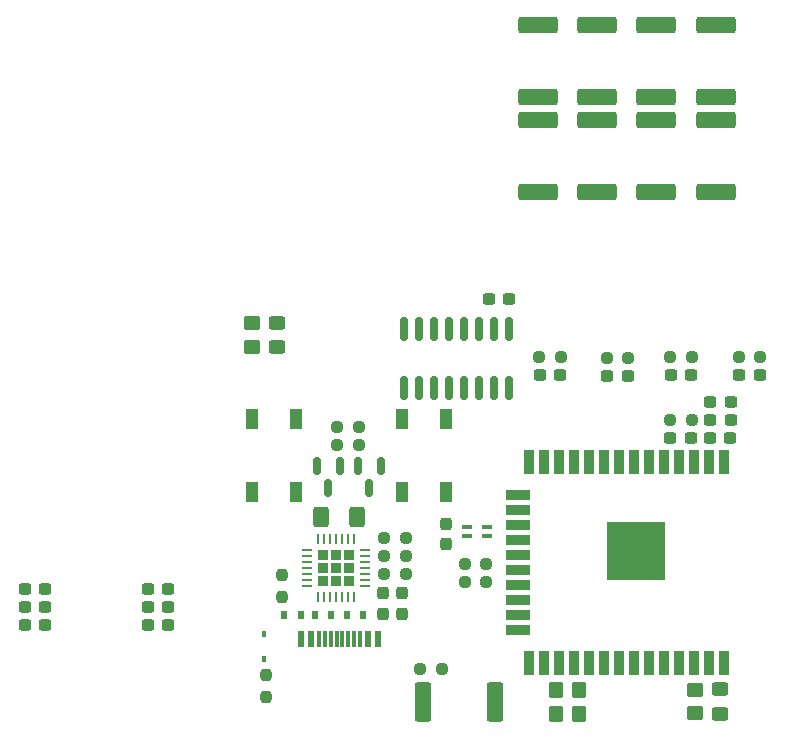
<source format=gtp>
G04 #@! TF.GenerationSoftware,KiCad,Pcbnew,(6.0.5)*
G04 #@! TF.CreationDate,2022-08-23T18:03:53+02:00*
G04 #@! TF.ProjectId,hamodule,68616d6f-6475-46c6-952e-6b696361645f,rev?*
G04 #@! TF.SameCoordinates,Original*
G04 #@! TF.FileFunction,Paste,Top*
G04 #@! TF.FilePolarity,Positive*
%FSLAX46Y46*%
G04 Gerber Fmt 4.6, Leading zero omitted, Abs format (unit mm)*
G04 Created by KiCad (PCBNEW (6.0.5)) date 2022-08-23 18:03:53*
%MOMM*%
%LPD*%
G01*
G04 APERTURE LIST*
G04 Aperture macros list*
%AMRoundRect*
0 Rectangle with rounded corners*
0 $1 Rounding radius*
0 $2 $3 $4 $5 $6 $7 $8 $9 X,Y pos of 4 corners*
0 Add a 4 corners polygon primitive as box body*
4,1,4,$2,$3,$4,$5,$6,$7,$8,$9,$2,$3,0*
0 Add four circle primitives for the rounded corners*
1,1,$1+$1,$2,$3*
1,1,$1+$1,$4,$5*
1,1,$1+$1,$6,$7*
1,1,$1+$1,$8,$9*
0 Add four rect primitives between the rounded corners*
20,1,$1+$1,$2,$3,$4,$5,0*
20,1,$1+$1,$4,$5,$6,$7,0*
20,1,$1+$1,$6,$7,$8,$9,0*
20,1,$1+$1,$8,$9,$2,$3,0*%
G04 Aperture macros list end*
%ADD10RoundRect,0.249999X-1.425001X0.450001X-1.425001X-0.450001X1.425001X-0.450001X1.425001X0.450001X0*%
%ADD11RoundRect,0.250000X-0.450000X0.325000X-0.450000X-0.325000X0.450000X-0.325000X0.450000X0.325000X0*%
%ADD12RoundRect,0.250000X-0.450000X0.350000X-0.450000X-0.350000X0.450000X-0.350000X0.450000X0.350000X0*%
%ADD13RoundRect,0.237500X0.300000X0.237500X-0.300000X0.237500X-0.300000X-0.237500X0.300000X-0.237500X0*%
%ADD14RoundRect,0.237500X-0.300000X-0.237500X0.300000X-0.237500X0.300000X0.237500X-0.300000X0.237500X0*%
%ADD15RoundRect,0.150000X0.150000X-0.825000X0.150000X0.825000X-0.150000X0.825000X-0.150000X-0.825000X0*%
%ADD16RoundRect,0.237500X-0.250000X-0.237500X0.250000X-0.237500X0.250000X0.237500X-0.250000X0.237500X0*%
%ADD17RoundRect,0.150000X-0.150000X0.587500X-0.150000X-0.587500X0.150000X-0.587500X0.150000X0.587500X0*%
%ADD18RoundRect,0.237500X0.250000X0.237500X-0.250000X0.237500X-0.250000X-0.237500X0.250000X-0.237500X0*%
%ADD19R,0.600000X0.700000*%
%ADD20R,1.100000X1.800000*%
%ADD21RoundRect,0.237500X-0.237500X0.300000X-0.237500X-0.300000X0.237500X-0.300000X0.237500X0.300000X0*%
%ADD22RoundRect,0.237500X-0.237500X0.250000X-0.237500X-0.250000X0.237500X-0.250000X0.237500X0.250000X0*%
%ADD23R,0.450000X0.600000*%
%ADD24R,0.900000X2.000000*%
%ADD25R,2.000000X0.900000*%
%ADD26R,5.000000X5.000000*%
%ADD27RoundRect,0.250000X0.400000X0.625000X-0.400000X0.625000X-0.400000X-0.625000X0.400000X-0.625000X0*%
%ADD28RoundRect,0.250000X0.350000X0.450000X-0.350000X0.450000X-0.350000X-0.450000X0.350000X-0.450000X0*%
%ADD29RoundRect,0.225000X0.225000X-0.225000X0.225000X0.225000X-0.225000X0.225000X-0.225000X-0.225000X0*%
%ADD30RoundRect,0.062500X0.062500X-0.337500X0.062500X0.337500X-0.062500X0.337500X-0.062500X-0.337500X0*%
%ADD31RoundRect,0.062500X0.337500X-0.062500X0.337500X0.062500X-0.337500X0.062500X-0.337500X-0.062500X0*%
%ADD32R,0.600000X1.450000*%
%ADD33R,0.300000X1.450000*%
%ADD34RoundRect,0.249999X-0.450001X-1.425001X0.450001X-1.425001X0.450001X1.425001X-0.450001X1.425001X0*%
%ADD35R,0.820000X0.304800*%
%ADD36R,0.820000X0.308800*%
%ADD37RoundRect,0.250000X0.450000X-0.350000X0.450000X0.350000X-0.450000X0.350000X-0.450000X-0.350000X0*%
G04 APERTURE END LIST*
D10*
X178117500Y-91986100D03*
X178117500Y-98086100D03*
X183070500Y-91986100D03*
X183070500Y-98086100D03*
X183070500Y-100037900D03*
X183070500Y-106137900D03*
X178117500Y-100037900D03*
X178117500Y-106137900D03*
D11*
X155956000Y-117203000D03*
X155956000Y-119253000D03*
D12*
X153873200Y-117221000D03*
X153873200Y-119221000D03*
D13*
X136371500Y-139700000D03*
X134646500Y-139700000D03*
D14*
X145060500Y-142748000D03*
X146785500Y-142748000D03*
D13*
X175641000Y-115189000D03*
X173916000Y-115189000D03*
D15*
X166751000Y-122679000D03*
X168021000Y-122679000D03*
X169291000Y-122679000D03*
X170561000Y-122679000D03*
X171831000Y-122679000D03*
X173101000Y-122679000D03*
X174371000Y-122679000D03*
X175641000Y-122679000D03*
X175641000Y-117729000D03*
X174371000Y-117729000D03*
X173101000Y-117729000D03*
X171831000Y-117729000D03*
X170561000Y-117729000D03*
X169291000Y-117729000D03*
X168021000Y-117729000D03*
X166751000Y-117729000D03*
D10*
X193128900Y-100037900D03*
X193128900Y-106137900D03*
X188099700Y-91986100D03*
X188099700Y-98086100D03*
X193128900Y-91986100D03*
X193128900Y-98086100D03*
X188099700Y-100037900D03*
X188099700Y-106137900D03*
D16*
X189256000Y-125412500D03*
X191081000Y-125412500D03*
D14*
X192659000Y-123872000D03*
X194384000Y-123872000D03*
D13*
X191018500Y-126936500D03*
X189293500Y-126936500D03*
D17*
X164746500Y-129298500D03*
X162846500Y-129298500D03*
X163796500Y-131173500D03*
D16*
X161071500Y-127513500D03*
X162896500Y-127513500D03*
D18*
X162896500Y-125983500D03*
X161071500Y-125983500D03*
D19*
X157983000Y-141900900D03*
X156583000Y-141900900D03*
D20*
X166552000Y-131497000D03*
X166552000Y-125297000D03*
X170252000Y-125297000D03*
X170252000Y-131497000D03*
X157550000Y-131497000D03*
X157550000Y-125297000D03*
X153850000Y-125297000D03*
X153850000Y-131497000D03*
D21*
X164974900Y-140078300D03*
X164974900Y-141803300D03*
D16*
X165065500Y-135410900D03*
X166890500Y-135410900D03*
D18*
X166890500Y-138458900D03*
X165065500Y-138458900D03*
D16*
X165065500Y-136934900D03*
X166890500Y-136934900D03*
D21*
X166574900Y-140084800D03*
X166574900Y-141809800D03*
D22*
X156406500Y-138553000D03*
X156406500Y-140378000D03*
D23*
X154876500Y-143514100D03*
X154876500Y-145614100D03*
D19*
X160583000Y-141900900D03*
X159183000Y-141900900D03*
X161893000Y-141900900D03*
X163293000Y-141900900D03*
D24*
X193865500Y-128986500D03*
X192595500Y-128986500D03*
X191325500Y-128986500D03*
X190055500Y-128986500D03*
X188785500Y-128986500D03*
X187515500Y-128986500D03*
X186245500Y-128986500D03*
X184975500Y-128986500D03*
X183705500Y-128986500D03*
X182435500Y-128986500D03*
X181165500Y-128986500D03*
X179895500Y-128986500D03*
X178625500Y-128986500D03*
X177355500Y-128986500D03*
D25*
X176355500Y-131771500D03*
X176355500Y-133041500D03*
X176355500Y-134311500D03*
X176355500Y-135581500D03*
X176355500Y-136851500D03*
X176355500Y-138121500D03*
X176355500Y-139391500D03*
X176355500Y-140661500D03*
X176355500Y-141931500D03*
X176355500Y-143201500D03*
D24*
X177355500Y-145986500D03*
X178625500Y-145986500D03*
X179895500Y-145986500D03*
X181165500Y-145986500D03*
X182435500Y-145986500D03*
X183705500Y-145986500D03*
X184975500Y-145986500D03*
X186245500Y-145986500D03*
X187515500Y-145986500D03*
X188785500Y-145986500D03*
X190055500Y-145986500D03*
X191325500Y-145986500D03*
X192595500Y-145986500D03*
X193865500Y-145986500D03*
D26*
X186365500Y-136486500D03*
D17*
X161286500Y-129308500D03*
X159386500Y-129308500D03*
X160336500Y-131183500D03*
D27*
X162779000Y-133575500D03*
X159679000Y-133575500D03*
D28*
X181578000Y-150304500D03*
X179578000Y-150304500D03*
X181578000Y-148272500D03*
X179578000Y-148272500D03*
D29*
X162103000Y-136820900D03*
X160983000Y-137940900D03*
X159863000Y-137940900D03*
X159863000Y-136820900D03*
X162103000Y-139060900D03*
X160983000Y-139060900D03*
X162103000Y-137940900D03*
X159863000Y-139060900D03*
X160983000Y-136820900D03*
D30*
X159483000Y-140390900D03*
X159983000Y-140390900D03*
X160483000Y-140390900D03*
X160983000Y-140390900D03*
X161483000Y-140390900D03*
X161983000Y-140390900D03*
X162483000Y-140390900D03*
D31*
X163433000Y-139440900D03*
X163433000Y-138940900D03*
X163433000Y-138440900D03*
X163433000Y-137940900D03*
X163433000Y-137440900D03*
X163433000Y-136940900D03*
X163433000Y-136440900D03*
D30*
X162483000Y-135490900D03*
X161983000Y-135490900D03*
X161483000Y-135490900D03*
X160983000Y-135490900D03*
X160483000Y-135490900D03*
X159983000Y-135490900D03*
X159483000Y-135490900D03*
D31*
X158533000Y-136440900D03*
X158533000Y-136940900D03*
X158533000Y-137440900D03*
X158533000Y-137940900D03*
X158533000Y-138440900D03*
X158533000Y-138940900D03*
X158533000Y-139440900D03*
D14*
X192648500Y-126936500D03*
X194373500Y-126936500D03*
D21*
X170296500Y-134186100D03*
X170296500Y-135911100D03*
D16*
X168096500Y-146513500D03*
X169921500Y-146513500D03*
X189284600Y-120091200D03*
X191109600Y-120091200D03*
X178157500Y-120091200D03*
X179982500Y-120091200D03*
D11*
X193484500Y-148217500D03*
X193484500Y-150267500D03*
D13*
X136371500Y-141224000D03*
X134646500Y-141224000D03*
D32*
X158023000Y-143955900D03*
X158823000Y-143955900D03*
D33*
X160023000Y-143955900D03*
X161023000Y-143955900D03*
X161523000Y-143955900D03*
X162523000Y-143955900D03*
D32*
X163723000Y-143955900D03*
X164523000Y-143955900D03*
X164523000Y-143955900D03*
X163723000Y-143955900D03*
D33*
X163023000Y-143955900D03*
X162023000Y-143955900D03*
X160523000Y-143955900D03*
X159523000Y-143955900D03*
D32*
X158823000Y-143955900D03*
X158023000Y-143955900D03*
D16*
X195075800Y-120091200D03*
X196900800Y-120091200D03*
D14*
X189331600Y-121615200D03*
X191056600Y-121615200D03*
X183949000Y-121716800D03*
X185674000Y-121716800D03*
X145060500Y-139700000D03*
X146785500Y-139700000D03*
D13*
X196847800Y-121615200D03*
X195122800Y-121615200D03*
D34*
X168326500Y-149243500D03*
X174426500Y-149243500D03*
D35*
X173760000Y-135261900D03*
D36*
X173760000Y-134451100D03*
X172040000Y-134451100D03*
D35*
X172040000Y-135261900D03*
D16*
X171869100Y-137604500D03*
X173694100Y-137604500D03*
D13*
X136371500Y-142748000D03*
X134646500Y-142748000D03*
D14*
X192659000Y-125412500D03*
X194384000Y-125412500D03*
X145060500Y-141224000D03*
X146785500Y-141224000D03*
D16*
X183897900Y-120142000D03*
X185722900Y-120142000D03*
X171869100Y-139128500D03*
X173694100Y-139128500D03*
D37*
X191407500Y-150242500D03*
X191407500Y-148242500D03*
D22*
X155086500Y-147013500D03*
X155086500Y-148838500D03*
D14*
X178206400Y-121615200D03*
X179931400Y-121615200D03*
M02*

</source>
